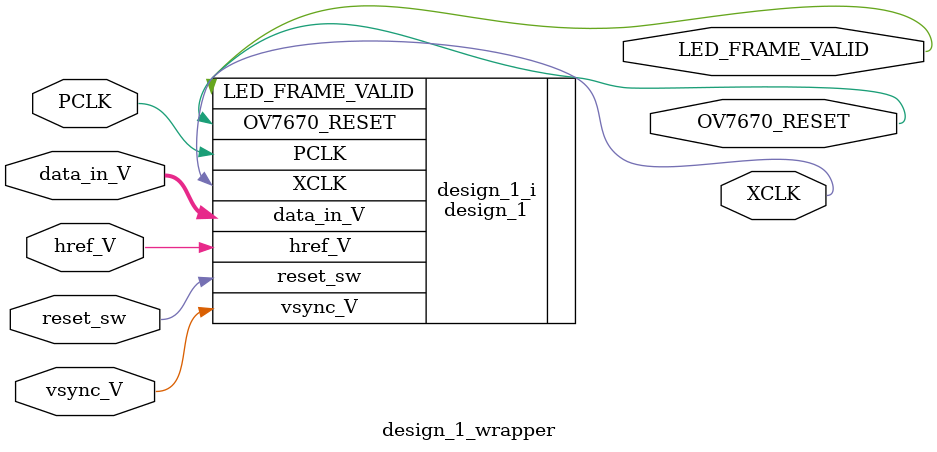
<source format=v>
`timescale 1 ps / 1 ps

module design_1_wrapper
   (LED_FRAME_VALID,
    OV7670_RESET,
    PCLK,
    XCLK,
    data_in_V,
    href_V,
    reset_sw,
    vsync_V);
  output [0:0]LED_FRAME_VALID;
  output [0:0]OV7670_RESET;
  input PCLK;
  output XCLK;
  input [7:0]data_in_V;
  input [0:0]href_V;
  input reset_sw;
  input [0:0]vsync_V;

  wire [0:0]LED_FRAME_VALID;
  wire [0:0]OV7670_RESET;
  wire PCLK;
  wire XCLK;
  wire [7:0]data_in_V;
  wire [0:0]href_V;
  wire reset_sw;
  wire [0:0]vsync_V;

  design_1 design_1_i
       (.LED_FRAME_VALID(LED_FRAME_VALID),
        .OV7670_RESET(OV7670_RESET),
        .PCLK(PCLK),
        .XCLK(XCLK),
        .data_in_V(data_in_V),
        .href_V(href_V),
        .reset_sw(reset_sw),
        .vsync_V(vsync_V));
endmodule

</source>
